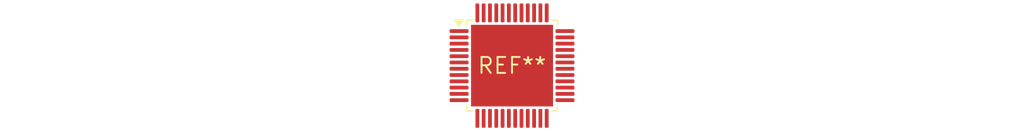
<source format=kicad_pcb>
(kicad_pcb (version 20240108) (generator pcbnew)
  (layers (0 "F.Cu" signal) (31 "B.Cu" signal) (34 "B.Paste" user) (35 "F.Paste" user) (36 "B.SilkS" user "B.Silkscreen") (37 "F.SilkS" user "F.Silkscreen") (38 "B.Mask" user) (39 "F.Mask" user) (44 "Edge.Cuts" user))
  (net 0 "")
  (footprint "Texas_PHP0048E_HTQFP-48-1EP_7x7mm_P0.5mm_EP6.5x6.5mm_Mask3.62x3.62mm" (layer "F.Cu") (at 0 0)
    (property "Reference" "REF**")
    (property "Value" "Texas_PHP0048E_HTQFP-48-1EP_7x7mm_P0.5mm_EP6.5x6.5mm_Mask3.62x3.62mm")
    (fp_line (start -3.61 -3.61) (end -3.61 -3.16) (layer "F.SilkS") (stroke (width 0.12)))
    (fp_line (start -3.61 3.61) (end -3.61 3.16) (layer "F.SilkS") (stroke (width 0.12)))
    (fp_line (start -3.16 -3.61) (end -3.61 -3.61) (layer "F.SilkS") (stroke (width 0.12)))
    (fp_line (start -3.16 3.61) (end -3.61 3.61) (layer "F.SilkS") (stroke (width 0.12)))
    (fp_line (start 3.16 -3.61) (end 3.61 -3.61) (layer "F.SilkS") (stroke (width 0.12)))
    (fp_line (start 3.16 3.61) (end 3.61 3.61) (layer "F.SilkS") (stroke (width 0.12)))
    (fp_line (start 3.61 -3.61) (end 3.61 -3.16) (layer "F.SilkS") (stroke (width 0.12)))
    (fp_line (start 3.61 3.61) (end 3.61 3.16) (layer "F.SilkS") (stroke (width 0.12)))
    (fp_poly (pts (xy -4.225 -3.16) (xy -4.565 -3.63) (xy -3.885 -3.63) (xy -4.225 -3.16)) (layer "F.SilkS") (stroke (width 0.12)) (fill solid))
    (pad "1" smd roundrect (at -4.2 -2.75) (size 1.5 0.3) (layers "F.Cu" "F.Paste" "F.Mask"))
    (pad "2" smd roundrect (at -4.2 -2.25) (size 1.5 0.3) (layers "F.Cu" "F.Paste" "F.Mask"))
    (pad "3" smd roundrect (at -4.2 -1.75) (size 1.5 0.3) (layers "F.Cu" "F.Paste" "F.Mask"))
    (pad "4" smd roundrect (at -4.2 -1.25) (size 1.5 0.3) (layers "F.Cu" "F.Paste" "F.Mask"))
    (pad "5" smd roundrect (at -4.2 -0.75) (size 1.5 0.3) (layers "F.Cu" "F.Paste" "F.Mask"))
    (pad "6" smd roundrect (at -4.2 -0.25) (size 1.5 0.3) (layers "F.Cu" "F.Paste" "F.Mask"))
    (pad "7" smd roundrect (at -4.2 0.25) (size 1.5 0.3) (layers "F.Cu" "F.Paste" "F.Mask"))
    (pad "8" smd roundrect (at -4.2 0.75) (size 1.5 0.3) (layers "F.Cu" "F.Paste" "F.Mask"))
    (pad "9" smd roundrect (at -4.2 1.25) (size 1.5 0.3) (layers "F.Cu" "F.Paste" "F.Mask"))
    (pad "10" smd roundrect (at -4.2 1.75) (size 1.5 0.3) (layers "F.Cu" "F.Paste" "F.Mask"))
    (pad "11" smd roundrect (at -4.2 2.25) (size 1.5 0.3) (layers "F.Cu" "F.Paste" "F.Mask"))
    (pad "12" smd roundrect (at -4.2 2.75) (size 1.5 0.3) (layers "F.Cu" "F.Paste" "F.Mask"))
    (pad "13" smd roundrect (at -2.75 4.2) (size 0.3 1.5) (layers "F.Cu" "F.Paste" "F.Mask"))
    (pad "14" smd roundrect (at -2.25 4.2) (size 0.3 1.5) (layers "F.Cu" "F.Paste" "F.Mask"))
    (pad "15" smd roundrect (at -1.75 4.2) (size 0.3 1.5) (layers "F.Cu" "F.Paste" "F.Mask"))
    (pad "16" smd roundrect (at -1.25 4.2) (size 0.3 1.5) (layers "F.Cu" "F.Paste" "F.Mask"))
    (pad "17" smd roundrect (at -0.75 4.2) (size 0.3 1.5) (layers "F.Cu" "F.Paste" "F.Mask"))
    (pad "18" smd roundrect (at -0.25 4.2) (size 0.3 1.5) (layers "F.Cu" "F.Paste" "F.Mask"))
    (pad "19" smd roundrect (at 0.25 4.2) (size 0.3 1.5) (layers "F.Cu" "F.Paste" "F.Mask"))
    (pad "20" smd roundrect (at 0.75 4.2) (size 0.3 1.5) (layers "F.Cu" "F.Paste" "F.Mask"))
    (pad "21" smd roundrect (at 1.25 4.2) (size 0.3 1.5) (layers "F.Cu" "F.Paste" "F.Mask"))
    (pad "22" smd roundrect (at 1.75 4.2) (size 0.3 1.5) (layers "F.Cu" "F.Paste" "F.Mask"))
    (pad "23" smd roundrect (at 2.25 4.2) (size 0.3 1.5) (layers "F.Cu" "F.Paste" "F.Mask"))
    (pad "24" smd roundrect (at 2.75 4.2) (size 0.3 1.5) (layers "F.Cu" "F.Paste" "F.Mask"))
    (pad "25" smd roundrect (at 4.2 2.75) (size 1.5 0.3) (layers "F.Cu" "F.Paste" "F.Mask"))
    (pad "26" smd roundrect (at 4.2 2.25) (size 1.5 0.3) (layers "F.Cu" "F.Paste" "F.Mask"))
    (pad "27" smd roundrect (at 4.2 1.75) (size 1.5 0.3) (layers "F.Cu" "F.Paste" "F.Mask"))
    (pad "28" smd roundrect (at 4.2 1.25) (size 1.5 0.3) (layers "F.Cu" "F.Paste" "F.Mask"))
    (pad "29" smd roundrect (at 4.2 0.75) (size 1.5 0.3) (layers "F.Cu" "F.Paste" "F.Mask"))
    (pad "30" smd roundrect (at 4.2 0.25) (size 1.5 0.3) (layers "F.Cu" "F.Paste" "F.Mask"))
    (pad "31" smd roundrect (at 4.2 -0.25) (size 1.5 0.3) (layers "F.Cu" "F.Paste" "F.Mask"))
    (pad "32" smd roundrect (at 4.2 -0.75) (size 1.5 0.3) (layers "F.Cu" "F.Paste" "F.Mask"))
    (pad "33" smd roundrect (at 4.2 -1.25) (size 1.5 0.3) (layers "F.Cu" "F.Paste" "F.Mask"))
    (pad "34" smd roundrect (at 4.2 -1.75) (size 1.5 0.3) (layers "F.Cu" "F.Paste" "F.Mask"))
    (pad "35" smd roundrect (at 4.2 -2.25) (size 1.5 0.3) (layers "F.Cu" "F.Paste" "F.Mask"))
    (pad "36" smd roundrect (at 4.2 -2.75) (size 1.5 0.3) (layers "F.Cu" "F.Paste" "F.Mask"))
    (pad "37" smd roundrect (at 2.75 -4.2) (size 0.3 1.5) (layers "F.Cu" "F.Paste" "F.Mask"))
    (pad "38" smd roundrect (at 2.25 -4.2) (size 0.3 1.5) (layers "F.Cu" "F.Paste" "F.Mask"))
    (pad "39" smd roundrect (at 1.75 -4.2) (size 0.3 1.5) (layers "F.Cu" "F.Paste" "F.Mask"))
    (pad "40" smd roundrect (at 1.25 -4.2) (size 0.3 1.5) (layers "F.Cu" "F.Paste" "F.Mask"))
    (pad "41" smd roundrect (at 0.75 -4.2) (size 0.3 1.5) (layers "F.Cu" "F.Paste" "F.Mask"))
    (pad "42" smd roundrect (at 0.25 -4.2) (size 0.3 1.5) (layers "F.Cu" "F.Paste" "F.Mask"))
    (pad "43" smd roundrect (at -0.25 -4.2) (size 0.3 1.5) (layers "F.Cu" "F.Paste" "F.Mask"))
    (pad "44" smd roundrect (at -0.75 -4.2) (size 0.3 1.5) (layers "F.Cu" "F.Paste" "F.Mask"))
    (pad "45" smd roundrect (at -1.25 -4.2) (size 0.3 1.5) (layers "F.Cu" "F.Paste" "F.Mask"))
    (pad "46" smd roundrect (at -1.75 -4.2) (size 0.3 1.5) (layers "F.Cu" "F.Paste" "F.Mask"))
    (pad "47" smd roundrect (at -2.25 -4.2) (size 0.3 1.5) (layers "F.Cu" "F.Paste" "F.Mask"))
    (pad "48" smd roundrect (at -2.75 -4.2) (size 0.3 1.5) (layers "F.Cu" "F.Paste" "F.Mask"))
    (pad "49" smd rect (at 0 0) (size 6.5 6.5) (property pad_prop_heatsink) (layers "F.Cu"))
  )
)
</source>
